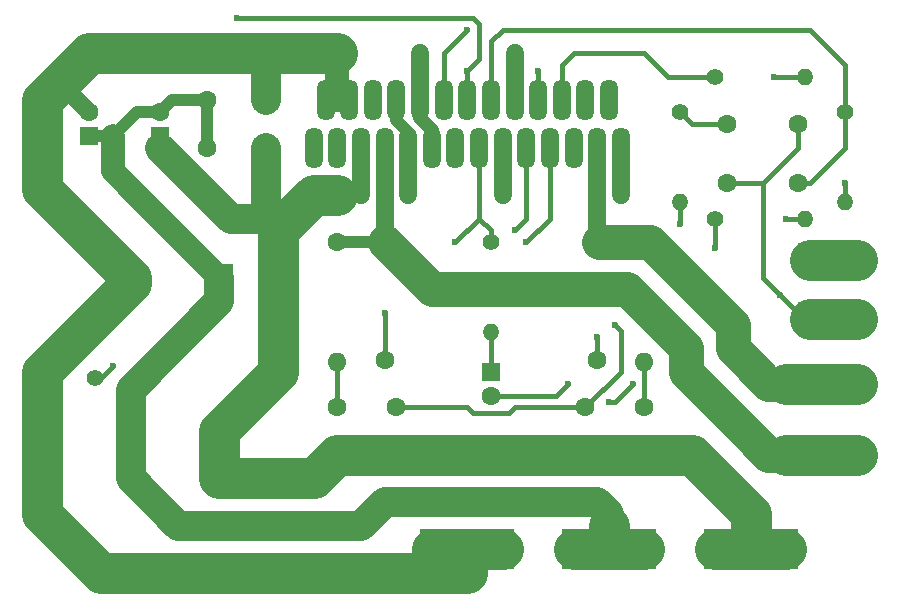
<source format=gbl>
G04 #@! TF.FileFunction,Copper,L2,Bot,Signal*
%FSLAX46Y46*%
G04 Gerber Fmt 4.6, Leading zero omitted, Abs format (unit mm)*
G04 Created by KiCad (PCBNEW 4.0.6) date 07/11/17 15:01:39*
%MOMM*%
%LPD*%
G01*
G04 APERTURE LIST*
%ADD10C,0.100000*%
%ADD11R,6.000000X3.000000*%
%ADD12R,1.600000X1.600000*%
%ADD13C,1.600000*%
%ADD14R,2.400000X2.400000*%
%ADD15C,2.400000*%
%ADD16R,8.000000X3.500000*%
%ADD17R,8.000000X3.000000*%
%ADD18C,1.400000*%
%ADD19O,1.400000X1.400000*%
%ADD20O,1.600000X1.600000*%
%ADD21O,1.524000X3.500000*%
%ADD22C,0.600000*%
%ADD23C,0.400000*%
%ADD24C,3.500000*%
%ADD25C,2.500000*%
%ADD26C,2.000000*%
%ADD27C,1.000000*%
%ADD28C,1.500000*%
%ADD29C,1.200000*%
%ADD30C,3.000000*%
G04 APERTURE END LIST*
D10*
D11*
X146000000Y-94500000D03*
D12*
X117000000Y-99000000D03*
D13*
X117000000Y-101000000D03*
X137000000Y-83000000D03*
X137000000Y-78000000D03*
X143000000Y-78000000D03*
X143000000Y-83000000D03*
X98000000Y-80000000D03*
X93000000Y-80000000D03*
X98000000Y-76000000D03*
X93000000Y-76000000D03*
D12*
X89000000Y-79000000D03*
D13*
X89000000Y-77000000D03*
D14*
X94000000Y-108000000D03*
D15*
X86500000Y-108000000D03*
D13*
X104000000Y-102000000D03*
X109000000Y-102000000D03*
X130000000Y-102000000D03*
X125000000Y-102000000D03*
D16*
X127000000Y-114000000D03*
D17*
X145000000Y-106000000D03*
X145000000Y-100000000D03*
D18*
X136000000Y-74000000D03*
D19*
X143620000Y-74000000D03*
D13*
X108000000Y-98000000D03*
D20*
X108000000Y-87840000D03*
D13*
X126000000Y-98000000D03*
D20*
X126000000Y-87840000D03*
D18*
X117000000Y-88000000D03*
D19*
X117000000Y-95620000D03*
D18*
X133000000Y-77000000D03*
D19*
X133000000Y-84620000D03*
D18*
X147000000Y-77000000D03*
D19*
X147000000Y-84620000D03*
D13*
X104000000Y-88000000D03*
D20*
X104000000Y-98160000D03*
D13*
X130000000Y-88000000D03*
D20*
X130000000Y-98160000D03*
D21*
X115000000Y-76000000D03*
X117000000Y-76000000D03*
X102000000Y-80000000D03*
X103000000Y-76000000D03*
X104000000Y-80000000D03*
X105000000Y-76000000D03*
X106000000Y-80000000D03*
X107000000Y-76000000D03*
X108000000Y-80000000D03*
X109000000Y-76000000D03*
X110000000Y-80000000D03*
X111000000Y-76000000D03*
X112000000Y-80000000D03*
X113000000Y-76000000D03*
X114000000Y-80000000D03*
X116000000Y-80000000D03*
X118000000Y-80000000D03*
X119000000Y-76000000D03*
X120000000Y-80000000D03*
X121000000Y-76000000D03*
X122000000Y-80000000D03*
X123000000Y-76000000D03*
X124000000Y-80000000D03*
X125000000Y-76000000D03*
X126000000Y-80000000D03*
X127000000Y-76000000D03*
X128000000Y-80000000D03*
D16*
X139000000Y-114000000D03*
X115000000Y-114000000D03*
D12*
X83000000Y-79000000D03*
D13*
X83000000Y-77000000D03*
D14*
X94000000Y-91000000D03*
D15*
X86500000Y-91000000D03*
D18*
X83500000Y-99500000D03*
D19*
X78420000Y-99500000D03*
D18*
X136000000Y-86000000D03*
D19*
X143620000Y-86000000D03*
D11*
X146000000Y-89500000D03*
D22*
X141500000Y-92500000D03*
X136000000Y-88500000D03*
X127000000Y-111000000D03*
X127000000Y-112000000D03*
X127000000Y-114000000D03*
X139000000Y-111000000D03*
X139000000Y-112000000D03*
X139000000Y-114000000D03*
X104000000Y-84000000D03*
X128000000Y-84000000D03*
X118000000Y-84000000D03*
X106000000Y-84000000D03*
X110000000Y-84000000D03*
X115000000Y-117000000D03*
X115000000Y-116000000D03*
X115000000Y-114000000D03*
X104000000Y-72000000D03*
X119000000Y-72000000D03*
X111000000Y-72000000D03*
X139000000Y-104500000D03*
X138500000Y-98000000D03*
X108000000Y-94000000D03*
X114000000Y-88000000D03*
X133000000Y-86500000D03*
X120000000Y-88000000D03*
X126000000Y-96000000D03*
X95500000Y-69000000D03*
X85000000Y-98500000D03*
X121000000Y-73500000D03*
X115000000Y-73500000D03*
X127500000Y-95000000D03*
X141000000Y-74000000D03*
X115000000Y-70000000D03*
X142000000Y-86000000D03*
X129000000Y-100000000D03*
X123500000Y-100000000D03*
X127000000Y-101500000D03*
X147000000Y-83000000D03*
X119000000Y-87000000D03*
D23*
X140000000Y-83000000D02*
X140000000Y-91000000D01*
X140000000Y-91000000D02*
X141500000Y-92500000D01*
X141500000Y-92500000D02*
X143000000Y-94000000D01*
X143000000Y-78000000D02*
X143000000Y-80000000D01*
X140000000Y-83000000D02*
X137000000Y-83000000D01*
X143000000Y-80000000D02*
X140000000Y-83000000D01*
X146000000Y-94500000D02*
X143000000Y-94500000D01*
X143000000Y-94500000D02*
X143000000Y-94000000D01*
D24*
X144000000Y-94500000D02*
X147000000Y-94500000D01*
X145000000Y-94500000D02*
X148000000Y-94500000D01*
D23*
X117000000Y-95620000D02*
X117000000Y-99000000D01*
X136000000Y-86000000D02*
X136000000Y-88500000D01*
D24*
X127000000Y-114000000D02*
X127000000Y-112000000D01*
X127000000Y-114000000D02*
X124000000Y-114000000D01*
X127000000Y-114000000D02*
X130000000Y-114000000D01*
D25*
X127000000Y-112000000D02*
X127000000Y-111000000D01*
X106000000Y-112000000D02*
X108000000Y-110000000D01*
X90500000Y-112000000D02*
X106000000Y-112000000D01*
X90500000Y-112000000D02*
X86500000Y-108000000D01*
X126000000Y-110000000D02*
X127000000Y-111000000D01*
X108000000Y-110000000D02*
X126000000Y-110000000D01*
D26*
X86000000Y-83000000D02*
X85000000Y-82000000D01*
X94000000Y-91000000D02*
X86000000Y-83000000D01*
X85000000Y-82000000D02*
X85000000Y-79000000D01*
D27*
X93000000Y-76000000D02*
X93000000Y-80000000D01*
X89000000Y-77000000D02*
X90000000Y-76000000D01*
X90000000Y-76000000D02*
X93000000Y-76000000D01*
X83000000Y-79000000D02*
X85000000Y-79000000D01*
X87000000Y-77000000D02*
X89000000Y-77000000D01*
X85000000Y-79000000D02*
X87000000Y-77000000D01*
D25*
X86500000Y-108000000D02*
X86500000Y-100500000D01*
X94000000Y-93000000D02*
X94000000Y-91000000D01*
X86500000Y-100500000D02*
X94000000Y-93000000D01*
D23*
X137000000Y-78000000D02*
X134000000Y-78000000D01*
X134000000Y-78000000D02*
X133000000Y-77000000D01*
X147000000Y-77000000D02*
X147000000Y-73000000D01*
X117000000Y-71000000D02*
X117000000Y-76000000D01*
X118000000Y-70000000D02*
X117000000Y-71000000D01*
X144000000Y-70000000D02*
X118000000Y-70000000D01*
X147000000Y-73000000D02*
X144000000Y-70000000D01*
X143000000Y-83000000D02*
X144000000Y-83000000D01*
X147000000Y-80000000D02*
X147000000Y-77000000D01*
X144000000Y-83000000D02*
X147000000Y-80000000D01*
D24*
X139000000Y-114000000D02*
X136000000Y-114000000D01*
X139000000Y-114000000D02*
X142000000Y-114000000D01*
X139000000Y-112000000D02*
X139000000Y-111000000D01*
X134000000Y-106000000D02*
X139000000Y-111000000D01*
X102000000Y-108000000D02*
X104000000Y-106000000D01*
X104000000Y-106000000D02*
X131000000Y-106000000D01*
X102000000Y-108000000D02*
X94000000Y-108000000D01*
X131000000Y-106000000D02*
X134000000Y-106000000D01*
D27*
X89000000Y-79000000D02*
X89000000Y-80000000D01*
D25*
X95000000Y-86000000D02*
X98000000Y-86000000D01*
X89000000Y-80000000D02*
X95000000Y-86000000D01*
X98000000Y-80000000D02*
X98000000Y-86000000D01*
X98000000Y-86000000D02*
X99000000Y-87000000D01*
D24*
X94000000Y-104000000D02*
X94000000Y-108000000D01*
X99000000Y-99000000D02*
X94000000Y-104000000D01*
X99000000Y-87000000D02*
X99000000Y-99000000D01*
X102000000Y-84000000D02*
X99000000Y-87000000D01*
X104000000Y-84000000D02*
X102000000Y-84000000D01*
D28*
X128000000Y-84000000D02*
X128000000Y-80000000D01*
X118000000Y-80000000D02*
X118000000Y-84000000D01*
X106000000Y-80000000D02*
X106000000Y-84000000D01*
X110000000Y-84000000D02*
X110000000Y-80000000D01*
D27*
X109000000Y-76000000D02*
X109000000Y-77641476D01*
X109000000Y-77641476D02*
X110000000Y-78641476D01*
X110000000Y-78641476D02*
X110000000Y-80000000D01*
D23*
X78420000Y-99500000D02*
X78500000Y-99500000D01*
X78500000Y-99500000D02*
X79000000Y-99000000D01*
D24*
X115000000Y-114000000D02*
X112000000Y-114000000D01*
X115000000Y-114000000D02*
X118000000Y-114000000D01*
D25*
X98000000Y-76000000D02*
X98000000Y-72000000D01*
D24*
X84000000Y-116000000D02*
X106000000Y-116000000D01*
X79000000Y-111000000D02*
X84000000Y-116000000D01*
X79000000Y-99000000D02*
X79000000Y-111000000D01*
X79000000Y-99000000D02*
X86500000Y-91500000D01*
X106000000Y-116000000D02*
X115000000Y-116000000D01*
D28*
X83000000Y-77000000D02*
X80500000Y-74500000D01*
D27*
X81000000Y-75000000D02*
X81000000Y-74000000D01*
X80500000Y-74500000D02*
X81000000Y-75000000D01*
D24*
X104000000Y-72000000D02*
X98000000Y-72000000D01*
X98000000Y-72000000D02*
X83000000Y-72000000D01*
X79000000Y-83500000D02*
X86500000Y-91000000D01*
X79000000Y-76000000D02*
X79000000Y-83500000D01*
X83000000Y-72000000D02*
X81000000Y-74000000D01*
X81000000Y-74000000D02*
X79000000Y-76000000D01*
X86500000Y-91000000D02*
X86500000Y-91500000D01*
D26*
X104000000Y-76000000D02*
X104000000Y-72000000D01*
D29*
X104000000Y-76000000D02*
X105000000Y-76000000D01*
D28*
X111000000Y-76000000D02*
X111000000Y-72000000D01*
X119000000Y-72000000D02*
X119000000Y-76000000D01*
D29*
X103000000Y-76000000D02*
X104000000Y-76000000D01*
X111000000Y-76000000D02*
X111000000Y-77520142D01*
X111000000Y-77520142D02*
X112000000Y-78520142D01*
X112000000Y-78520142D02*
X112000000Y-80000000D01*
D23*
X104000000Y-98160000D02*
X104000000Y-102000000D01*
X130000000Y-98160000D02*
X130000000Y-102000000D01*
D24*
X142000000Y-106000000D02*
X145000000Y-106000000D01*
D30*
X133500000Y-99000000D02*
X139000000Y-104500000D01*
X139000000Y-104500000D02*
X140500000Y-106000000D01*
X133500000Y-97000000D02*
X128500000Y-92000000D01*
X108000000Y-88000000D02*
X112000000Y-92000000D01*
X112000000Y-92000000D02*
X128500000Y-92000000D01*
X133500000Y-99000000D02*
X133500000Y-97000000D01*
X140500000Y-106000000D02*
X145000000Y-106000000D01*
D24*
X145000000Y-106000000D02*
X148000000Y-106000000D01*
D27*
X108000000Y-87840000D02*
X108000000Y-88000000D01*
D28*
X108000000Y-80000000D02*
X108000000Y-87840000D01*
D27*
X108000000Y-87840000D02*
X107840000Y-88000000D01*
X107840000Y-88000000D02*
X104000000Y-88000000D01*
D30*
X140500000Y-100000000D02*
X145000000Y-100000000D01*
X137500000Y-97000000D02*
X138500000Y-98000000D01*
X138500000Y-98000000D02*
X140500000Y-100000000D01*
X130000000Y-88000000D02*
X130500000Y-88000000D01*
X130500000Y-88000000D02*
X137500000Y-95000000D01*
X137500000Y-95000000D02*
X137500000Y-97000000D01*
D24*
X142000000Y-100000000D02*
X145000000Y-100000000D01*
X145000000Y-100000000D02*
X148000000Y-100000000D01*
D28*
X126000000Y-80000000D02*
X126000000Y-87840000D01*
D27*
X126000000Y-87840000D02*
X126160000Y-88000000D01*
D30*
X126160000Y-88000000D02*
X130000000Y-88000000D01*
D23*
X136000000Y-74000000D02*
X132000000Y-74000000D01*
X123000000Y-73000000D02*
X124000000Y-72000000D01*
X123000000Y-73000000D02*
X123000000Y-76000000D01*
X130000000Y-72000000D02*
X124000000Y-72000000D01*
X132000000Y-74000000D02*
X130000000Y-72000000D01*
X117000000Y-88000000D02*
X117000000Y-87000000D01*
X117000000Y-87000000D02*
X116000000Y-86000000D01*
X108000000Y-98000000D02*
X108000000Y-94000000D01*
X116000000Y-86000000D02*
X116000000Y-80000000D01*
X114000000Y-88000000D02*
X116000000Y-86000000D01*
X133000000Y-84620000D02*
X133000000Y-85500000D01*
X133000000Y-86500000D02*
X133000000Y-85500000D01*
X126000000Y-98000000D02*
X126000000Y-96000000D01*
X120000000Y-88000000D02*
X122000000Y-86000000D01*
X122000000Y-86000000D02*
X122000000Y-80000000D01*
X115500000Y-69000000D02*
X116000000Y-69500000D01*
X116000000Y-69500000D02*
X116000000Y-72500000D01*
X115000000Y-73500000D02*
X116000000Y-72500000D01*
X95500000Y-69000000D02*
X109000000Y-69000000D01*
X109000000Y-69000000D02*
X115500000Y-69000000D01*
X85000000Y-98500000D02*
X84000000Y-99500000D01*
X84000000Y-99500000D02*
X83500000Y-99500000D01*
X115000000Y-76000000D02*
X115000000Y-73500000D01*
X121000000Y-73500000D02*
X121000000Y-76000000D01*
X128000000Y-99000000D02*
X128000000Y-95500000D01*
X128000000Y-95500000D02*
X127500000Y-95000000D01*
X125000000Y-102000000D02*
X128000000Y-99000000D01*
X141000000Y-74000000D02*
X143620000Y-74000000D01*
X113000000Y-72000000D02*
X115000000Y-70000000D01*
X113000000Y-72000000D02*
X113000000Y-76000000D01*
X142000000Y-86000000D02*
X143620000Y-86000000D01*
X127500000Y-101500000D02*
X129000000Y-100000000D01*
X122500000Y-101000000D02*
X123500000Y-100000000D01*
X118500000Y-101000000D02*
X117000000Y-101000000D01*
X118500000Y-101000000D02*
X122500000Y-101000000D01*
X127000000Y-101500000D02*
X127500000Y-101500000D01*
X147000000Y-83000000D02*
X147000000Y-84620000D01*
X120000000Y-86000000D02*
X120000000Y-80000000D01*
X120000000Y-86000000D02*
X119000000Y-87000000D01*
X109000000Y-102000000D02*
X115000000Y-102000000D01*
X115000000Y-102000000D02*
X115500000Y-102500000D01*
X115500000Y-102500000D02*
X118500000Y-102500000D01*
X118500000Y-102500000D02*
X119000000Y-102000000D01*
X119000000Y-102000000D02*
X125000000Y-102000000D01*
X143620000Y-86000000D02*
X143620000Y-85880000D01*
X146000000Y-88380000D02*
X146000000Y-89500000D01*
X146000000Y-89500000D02*
X146000000Y-88380000D01*
D24*
X145000000Y-89500000D02*
X148000000Y-89500000D01*
X144000000Y-89500000D02*
X147000000Y-89500000D01*
D23*
X143620000Y-73620000D02*
X143620000Y-74000000D01*
M02*

</source>
